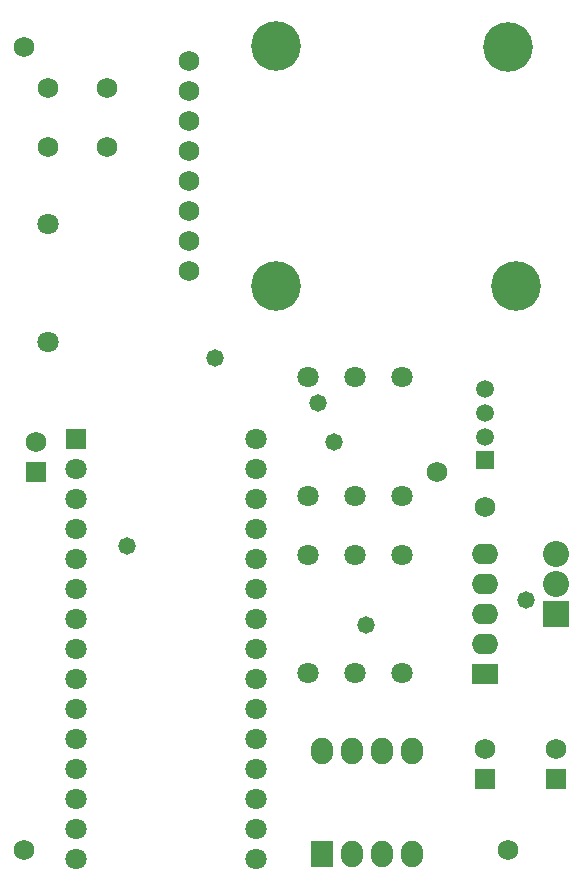
<source format=gts>
G04 Layer_Color=20142*
%FSLAX24Y24*%
%MOIN*%
G70*
G01*
G75*
%ADD31C,0.0710*%
%ADD32R,0.0730X0.0880*%
%ADD33O,0.0730X0.0880*%
%ADD34C,0.0680*%
%ADD35O,0.0880X0.0680*%
%ADD36R,0.0880X0.0680*%
%ADD37R,0.0592X0.0592*%
%ADD38C,0.0592*%
%ADD39R,0.0710X0.0710*%
%ADD40R,0.0867X0.0867*%
%ADD41C,0.0867*%
%ADD42R,0.0680X0.0680*%
%ADD43C,0.1655*%
%ADD44C,0.0580*%
D31*
X23622Y20866D02*
D03*
Y16929D02*
D03*
Y26772D02*
D03*
Y22835D02*
D03*
X20472Y20866D02*
D03*
Y16929D02*
D03*
X22047Y26772D02*
D03*
Y22835D02*
D03*
X20472Y26772D02*
D03*
Y22835D02*
D03*
X11811Y31890D02*
D03*
Y27953D02*
D03*
X22047Y20866D02*
D03*
Y16929D02*
D03*
X12748Y23717D02*
D03*
Y22717D02*
D03*
X18748Y24717D02*
D03*
X12748Y21717D02*
D03*
Y20717D02*
D03*
Y19717D02*
D03*
Y18717D02*
D03*
Y17717D02*
D03*
Y16717D02*
D03*
Y15717D02*
D03*
Y14717D02*
D03*
Y13717D02*
D03*
Y12717D02*
D03*
Y11717D02*
D03*
Y10717D02*
D03*
X18748D02*
D03*
Y11717D02*
D03*
Y12717D02*
D03*
Y13717D02*
D03*
Y14717D02*
D03*
Y15717D02*
D03*
Y16717D02*
D03*
Y17717D02*
D03*
Y18717D02*
D03*
Y19717D02*
D03*
Y20717D02*
D03*
Y21717D02*
D03*
Y22717D02*
D03*
Y23717D02*
D03*
D32*
X20941Y10873D02*
D03*
D33*
X21941D02*
D03*
X23941D02*
D03*
Y14328D02*
D03*
X22941D02*
D03*
X21941D02*
D03*
X20941D02*
D03*
X22941Y10873D02*
D03*
D34*
X13780Y34449D02*
D03*
Y36417D02*
D03*
X11417Y24622D02*
D03*
X26378Y14386D02*
D03*
X28740Y14386D02*
D03*
X16535Y30315D02*
D03*
Y31315D02*
D03*
Y32315D02*
D03*
Y33315D02*
D03*
Y34315D02*
D03*
Y35315D02*
D03*
Y36315D02*
D03*
Y37315D02*
D03*
X27165Y11024D02*
D03*
X11024D02*
D03*
Y37795D02*
D03*
X11811Y34449D02*
D03*
Y36417D02*
D03*
X24803Y23622D02*
D03*
X26378Y22441D02*
D03*
D35*
X26398Y20898D02*
D03*
Y19898D02*
D03*
Y18898D02*
D03*
Y17898D02*
D03*
D36*
Y16898D02*
D03*
D37*
X26378Y24016D02*
D03*
D38*
Y24803D02*
D03*
Y25591D02*
D03*
Y26378D02*
D03*
D39*
X12748Y24717D02*
D03*
D40*
X28740Y18898D02*
D03*
D41*
Y19898D02*
D03*
Y20898D02*
D03*
D42*
X11417Y23622D02*
D03*
X26378Y13386D02*
D03*
X28740Y13386D02*
D03*
D43*
X19435Y29815D02*
D03*
X27435D02*
D03*
X27165Y37795D02*
D03*
X19435Y37815D02*
D03*
D44*
X27760Y19360D02*
D03*
X17390Y27410D02*
D03*
X22420Y18530D02*
D03*
X20820Y25930D02*
D03*
X21370Y24610D02*
D03*
X14470Y21160D02*
D03*
M02*

</source>
